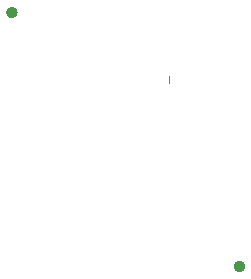
<source format=gbr>
G04 #@! TF.GenerationSoftware,KiCad,Pcbnew,5.1.5+dfsg1-2build2*
G04 #@! TF.CreationDate,2021-11-30T21:55:48+00:00*
G04 #@! TF.ProjectId,shield,73686965-6c64-42e6-9b69-6361645f7063,rev?*
G04 #@! TF.SameCoordinates,Original*
G04 #@! TF.FileFunction,Other,Comment*
%FSLAX46Y46*%
G04 Gerber Fmt 4.6, Leading zero omitted, Abs format (unit mm)*
G04 Created by KiCad (PCBNEW 5.1.5+dfsg1-2build2) date 2021-11-30 21:55:48*
%MOMM*%
%LPD*%
G04 APERTURE LIST*
%ADD10C,0.500000*%
%ADD11C,0.350000*%
%ADD12C,0.150000*%
G04 APERTURE END LIST*
D10*
G04 #@! TO.C,RV2*
X20570000Y44400000D02*
G75*
G03X20570000Y44400000I-250000J0D01*
G01*
G04 #@! TO.C,RV1*
X39837000Y22905000D02*
G75*
G03X39837000Y22905000I-250000J0D01*
G01*
D11*
G04 #@! TO.C,SW1*
G36*
X33568000Y38936000D02*
G01*
X33569000Y38936000D01*
X33650000Y39018000D01*
X33724000Y39018000D01*
X33725000Y39016000D01*
X33725000Y38379000D01*
X33726000Y38378000D01*
X33841000Y38378000D01*
X33842000Y38377000D01*
X33842000Y38318000D01*
X33843000Y38317000D01*
X33553000Y38317000D01*
X33552000Y38317000D01*
X33552000Y38377000D01*
X33553000Y38378000D01*
X33663000Y38378000D01*
X33663000Y38922000D01*
X33644000Y38942000D01*
X33568000Y38936000D01*
G37*
G04 #@! TD*
G04 #@! TO.C,J1*
D12*
G04 #@! TO.C,J2*
G04 #@! TO.C,RV2*
G04 #@! TO.C,RV1*
G04 #@! TO.C,SW1*
G04 #@! TD*
M02*

</source>
